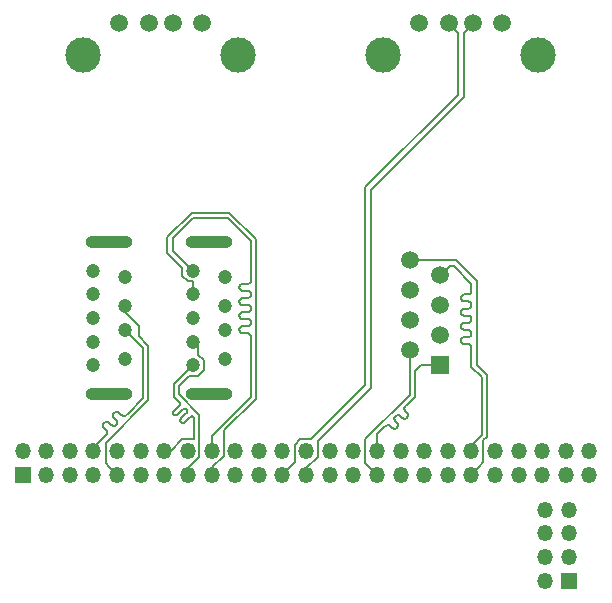
<source format=gbr>
G04 #@! TF.GenerationSoftware,KiCad,Pcbnew,(5.1.2)-1*
G04 #@! TF.CreationDate,2019-10-11T14:20:38-04:00*
G04 #@! TF.ProjectId,faceplate,66616365-706c-4617-9465-2e6b69636164,rev?*
G04 #@! TF.SameCoordinates,Original*
G04 #@! TF.FileFunction,Copper,L3,Inr*
G04 #@! TF.FilePolarity,Positive*
%FSLAX46Y46*%
G04 Gerber Fmt 4.6, Leading zero omitted, Abs format (unit mm)*
G04 Created by KiCad (PCBNEW (5.1.2)-1) date 2019-10-11 14:20:38*
%MOMM*%
%LPD*%
G04 APERTURE LIST*
%ADD10R,1.350000X1.350000*%
%ADD11O,1.350000X1.350000*%
%ADD12C,1.500000*%
%ADD13R,1.500000X1.500000*%
%ADD14C,3.000000*%
%ADD15C,1.200000*%
%ADD16O,4.000000X1.000000*%
%ADD17C,0.200000*%
G04 APERTURE END LIST*
D10*
X180594000Y-128206000D03*
D11*
X178594000Y-128206000D03*
X180594000Y-126206000D03*
X178594000Y-126206000D03*
X180594000Y-124206000D03*
X178594000Y-124206000D03*
X180594000Y-122206000D03*
X178594000Y-122206000D03*
D12*
X167132000Y-101092000D03*
X169672000Y-102362000D03*
X167132000Y-103632000D03*
X169672000Y-104902000D03*
X167132000Y-106172000D03*
X169672000Y-107442000D03*
X167132000Y-108712000D03*
D13*
X169672000Y-109982000D03*
D14*
X139424000Y-83736000D03*
X152564000Y-83736000D03*
D12*
X142494000Y-81026000D03*
X145034000Y-81026000D03*
X147034000Y-81026000D03*
X149494000Y-81026000D03*
D14*
X164824000Y-83736000D03*
X177964000Y-83736000D03*
D12*
X167894000Y-81026000D03*
X170434000Y-81026000D03*
X172434000Y-81026000D03*
X174894000Y-81026000D03*
D15*
X151502000Y-109474000D03*
D16*
X150127000Y-99574000D03*
D15*
X148752000Y-105974000D03*
X148752000Y-103974000D03*
D16*
X150127000Y-112374000D03*
D15*
X148752000Y-101974000D03*
X148752000Y-109974000D03*
X151502000Y-102474000D03*
X151502000Y-104974000D03*
X151502000Y-106974000D03*
X148752000Y-107974000D03*
X143002000Y-109474000D03*
X143002000Y-106974000D03*
X143002000Y-104974000D03*
X143002000Y-102474000D03*
X140252000Y-101974000D03*
X140252000Y-103974000D03*
X140252000Y-105974000D03*
X140252000Y-107974000D03*
X140252000Y-109974000D03*
D16*
X141627000Y-112374000D03*
X141627000Y-99574000D03*
D11*
X182324000Y-117226000D03*
X182324000Y-119226000D03*
X180324000Y-117226000D03*
X180324000Y-119226000D03*
X178324000Y-117226000D03*
X178324000Y-119226000D03*
X176324000Y-117226000D03*
X176324000Y-119226000D03*
X174324000Y-117226000D03*
X174324000Y-119226000D03*
X172324000Y-117226000D03*
X172324000Y-119226000D03*
X170324000Y-117226000D03*
X170324000Y-119226000D03*
X168324000Y-117226000D03*
X168324000Y-119226000D03*
X166324000Y-117226000D03*
X166324000Y-119226000D03*
X164324000Y-117226000D03*
X164324000Y-119226000D03*
X162324000Y-117226000D03*
X162324000Y-119226000D03*
X160324000Y-117226000D03*
X160324000Y-119226000D03*
X158324000Y-117226000D03*
X158324000Y-119226000D03*
X156324000Y-117226000D03*
X156324000Y-119226000D03*
X154324000Y-117226000D03*
X154324000Y-119226000D03*
X152324000Y-117226000D03*
X152324000Y-119226000D03*
X150324000Y-117226000D03*
X150324000Y-119226000D03*
X148324000Y-117226000D03*
X148324000Y-119226000D03*
X146324000Y-117226000D03*
X146324000Y-119226000D03*
X144324000Y-117226000D03*
X144324000Y-119226000D03*
X142324000Y-117226000D03*
X142324000Y-119226000D03*
X140324000Y-117226000D03*
X140324000Y-119226000D03*
X138324000Y-117226000D03*
X138324000Y-119226000D03*
X136324000Y-117226000D03*
X136324000Y-119226000D03*
X134324000Y-117226000D03*
D10*
X134324000Y-119226000D03*
D17*
X171659000Y-81801000D02*
X172434000Y-81026000D01*
X171659000Y-87231200D02*
X171659000Y-81801000D01*
X158324000Y-118669002D02*
X159299001Y-117694001D01*
X158324000Y-119226000D02*
X158324000Y-118669002D01*
X159299001Y-117694001D02*
X159299001Y-116355199D01*
X159299001Y-116355199D02*
X163801000Y-111853200D01*
X163801000Y-111853200D02*
X163801000Y-95089200D01*
X163801000Y-95089200D02*
X171659000Y-87231200D01*
X171209000Y-81801000D02*
X170434000Y-81026000D01*
X171209000Y-87044800D02*
X171209000Y-81801000D01*
X163351000Y-94902800D02*
X171209000Y-87044800D01*
X157348999Y-118201001D02*
X157348999Y-116757999D01*
X156324000Y-119226000D02*
X157348999Y-118201001D01*
X157348999Y-116757999D02*
X157855999Y-116250999D01*
X157855999Y-116250999D02*
X158766801Y-116250999D01*
X158766801Y-116250999D02*
X163351000Y-111666800D01*
X163351000Y-111666800D02*
X163351000Y-94902800D01*
X153653989Y-102755989D02*
X153653989Y-99451689D01*
X153353989Y-103055989D02*
X153420746Y-103048467D01*
X152910259Y-103063510D02*
X152977015Y-103055989D01*
X153646468Y-104022745D02*
X153653989Y-103955989D01*
X152706725Y-103486154D02*
X152684537Y-103422745D01*
X153624280Y-104086154D02*
X153646468Y-104022745D01*
X152742466Y-103543035D02*
X152706725Y-103486154D01*
X153588539Y-104143035D02*
X153624280Y-104086154D01*
X153541036Y-104190538D02*
X153588539Y-104143035D01*
X153484155Y-104226279D02*
X153541036Y-104190538D01*
X152684537Y-103289232D02*
X152706725Y-103225823D01*
X153420746Y-104248467D02*
X153484155Y-104226279D01*
X152977015Y-103655989D02*
X152910259Y-103648467D01*
X153353989Y-104255989D02*
X153420746Y-104248467D01*
X153646468Y-102822745D02*
X153653989Y-102755989D01*
X152977015Y-104255989D02*
X153353989Y-104255989D01*
X152910259Y-103648467D02*
X152846850Y-103626279D01*
X152910259Y-104263510D02*
X152977015Y-104255989D01*
X152846850Y-104285698D02*
X152910259Y-104263510D01*
X152789969Y-104321439D02*
X152846850Y-104285698D01*
X152742466Y-104368942D02*
X152789969Y-104321439D01*
X152677015Y-103355989D02*
X152684537Y-103289232D01*
X152706725Y-104425823D02*
X152742466Y-104368942D01*
X152684537Y-104489232D02*
X152706725Y-104425823D01*
X153484155Y-103685698D02*
X153420746Y-103663510D01*
X152677015Y-104555989D02*
X152684537Y-104489232D01*
X153653989Y-103955989D02*
X153646468Y-103889232D01*
X153646468Y-106289232D02*
X153624280Y-106225823D01*
X153624280Y-106486154D02*
X153646468Y-106422745D01*
X153646468Y-107489232D02*
X153624280Y-107425823D01*
X152706725Y-103225823D02*
X152742466Y-103168942D01*
X153420746Y-106648467D02*
X153484155Y-106626279D01*
X152977015Y-106655989D02*
X153353989Y-106655989D01*
X152742466Y-105943035D02*
X152706725Y-105886154D01*
X153624280Y-103825823D02*
X153588539Y-103768942D01*
X152706725Y-106825823D02*
X152742466Y-106768942D01*
X153541036Y-102990538D02*
X153588539Y-102943035D01*
X152684537Y-106889232D02*
X152706725Y-106825823D01*
X152846850Y-104826279D02*
X152789969Y-104790538D01*
X153420746Y-103048467D02*
X153484155Y-103026279D01*
X152677015Y-106955989D02*
X152684537Y-106889232D01*
X152684537Y-103422745D02*
X152677015Y-103355989D01*
X152684537Y-107022745D02*
X152677015Y-106955989D01*
X152789969Y-106721439D02*
X152846850Y-106685698D01*
X153653989Y-99451689D02*
X151709300Y-97507000D01*
X152684537Y-104622745D02*
X152677015Y-104555989D01*
X152706725Y-107086154D02*
X152684537Y-107022745D01*
X153484155Y-104885698D02*
X153420746Y-104863510D01*
X152846850Y-106685698D02*
X152910259Y-106663510D01*
X153353989Y-104855989D02*
X152977015Y-104855989D01*
X153624280Y-107425823D02*
X153588539Y-107368942D01*
X153484155Y-106626279D02*
X153541036Y-106590538D01*
X153353989Y-107255989D02*
X152977015Y-107255989D01*
X152742466Y-106768942D02*
X152789969Y-106721439D01*
X153588539Y-105343035D02*
X153624280Y-105286154D01*
X153653989Y-107555989D02*
X153646468Y-107489232D01*
X153420746Y-103663510D02*
X153353989Y-103655989D01*
X153653989Y-106355989D02*
X153646468Y-106289232D01*
X153653989Y-112620311D02*
X153653989Y-107555989D01*
X150324000Y-115950300D02*
X153653989Y-112620311D01*
X148758700Y-97507000D02*
X147037000Y-99228700D01*
X153420746Y-106063510D02*
X153353989Y-106055989D01*
X152910259Y-106663510D02*
X152977015Y-106655989D01*
X152977015Y-104855989D02*
X152910259Y-104848467D01*
X153588539Y-107368942D02*
X153541036Y-107321439D01*
X147037000Y-100259000D02*
X148752000Y-101974000D01*
X152977015Y-106055989D02*
X152910259Y-106048467D01*
X150324000Y-117226000D02*
X150324000Y-115950300D01*
X152846850Y-103085698D02*
X152910259Y-103063510D01*
X153484155Y-106085698D02*
X153420746Y-106063510D01*
X153541036Y-107321439D02*
X153484155Y-107285698D01*
X153588539Y-103768942D02*
X153541036Y-103721439D01*
X153588539Y-106543035D02*
X153624280Y-106486154D01*
X152910259Y-107248467D02*
X152846850Y-107226279D01*
X153420746Y-105448467D02*
X153484155Y-105426279D01*
X153484155Y-107285698D02*
X153420746Y-107263510D01*
X152742466Y-103168942D02*
X152789969Y-103121439D01*
X152846850Y-106026279D02*
X152789969Y-105990538D01*
X153420746Y-107263510D02*
X153353989Y-107255989D01*
X151709300Y-97507000D02*
X148758700Y-97507000D01*
X153646468Y-106422745D02*
X153653989Y-106355989D01*
X153353989Y-106655989D02*
X153420746Y-106648467D01*
X152910259Y-104848467D02*
X152846850Y-104826279D01*
X152977015Y-107255989D02*
X152910259Y-107248467D01*
X152706725Y-105886154D02*
X152684537Y-105822745D01*
X152846850Y-107226279D02*
X152789969Y-107190538D01*
X153541036Y-106590538D02*
X153588539Y-106543035D01*
X153624280Y-106225823D02*
X153588539Y-106168942D01*
X152789969Y-107190538D02*
X152742466Y-107143035D01*
X153353989Y-105455989D02*
X153420746Y-105448467D01*
X152742466Y-107143035D02*
X152706725Y-107086154D01*
X153646468Y-105222745D02*
X153653989Y-105155989D01*
X153588539Y-106168942D02*
X153541036Y-106121439D01*
X153588539Y-102943035D02*
X153624280Y-102886154D01*
X153541036Y-106121439D02*
X153484155Y-106085698D01*
X153353989Y-106055989D02*
X152977015Y-106055989D01*
X152977015Y-103055989D02*
X153353989Y-103055989D01*
X152910259Y-106048467D02*
X152846850Y-106026279D01*
X152789969Y-105990538D02*
X152742466Y-105943035D01*
X152789969Y-103121439D02*
X152846850Y-103085698D01*
X152684537Y-105822745D02*
X152677015Y-105755989D01*
X153353989Y-103655989D02*
X152977015Y-103655989D01*
X152677015Y-105755989D02*
X152684537Y-105689232D01*
X152789969Y-103590538D02*
X152742466Y-103543035D01*
X152684537Y-105689232D02*
X152706725Y-105625823D01*
X152706725Y-105625823D02*
X152742466Y-105568942D01*
X153484155Y-103026279D02*
X153541036Y-102990538D01*
X152742466Y-105568942D02*
X152789969Y-105521439D01*
X152789969Y-105521439D02*
X152846850Y-105485698D01*
X153541036Y-103721439D02*
X153484155Y-103685698D01*
X152846850Y-105485698D02*
X152910259Y-105463510D01*
X152910259Y-105463510D02*
X152977015Y-105455989D01*
X152977015Y-105455989D02*
X153353989Y-105455989D01*
X147037000Y-99228700D02*
X147037000Y-100259000D01*
X153484155Y-105426279D02*
X153541036Y-105390538D01*
X153541036Y-105390538D02*
X153588539Y-105343035D01*
X153624280Y-105286154D02*
X153646468Y-105222745D01*
X153653989Y-105155989D02*
X153646468Y-105089232D01*
X152846850Y-103626279D02*
X152789969Y-103590538D01*
X153646468Y-105089232D02*
X153624280Y-105025823D01*
X153624280Y-105025823D02*
X153588539Y-104968942D01*
X153588539Y-104968942D02*
X153541036Y-104921439D01*
X153541036Y-104921439D02*
X153484155Y-104885698D01*
X153646468Y-103889232D02*
X153624280Y-103825823D01*
X153420746Y-104863510D02*
X153353989Y-104855989D01*
X153624280Y-102886154D02*
X153646468Y-102822745D01*
X152789969Y-104790538D02*
X152742466Y-104743035D01*
X152742466Y-104743035D02*
X152706725Y-104686154D01*
X152706725Y-104686154D02*
X152684537Y-104622745D01*
X151348999Y-117637001D02*
X150368000Y-118618000D01*
X154054000Y-112786000D02*
X151348999Y-115491001D01*
X154054000Y-99286000D02*
X154054000Y-112786000D01*
X151825000Y-97057000D02*
X154054000Y-99286000D01*
X146587000Y-99113000D02*
X148643000Y-97057000D01*
X148752000Y-102874001D02*
X148319999Y-102874001D01*
X151348999Y-115491001D02*
X151348999Y-117637001D01*
X148752000Y-103974000D02*
X148752000Y-102874001D01*
X150368000Y-118618000D02*
X150368000Y-119182000D01*
X148319999Y-102874001D02*
X147851999Y-102406001D01*
X150368000Y-119182000D02*
X150324000Y-119226000D01*
X147851999Y-102406001D02*
X147851999Y-101703999D01*
X147851999Y-101703999D02*
X146587000Y-100439000D01*
X148643000Y-97057000D02*
X151825000Y-97057000D01*
X146587000Y-100439000D02*
X146587000Y-99113000D01*
X148324000Y-118669002D02*
X148324000Y-119226000D01*
X149299001Y-117694001D02*
X148324000Y-118669002D01*
X149299001Y-114177385D02*
X149299001Y-117694001D01*
X147564000Y-112442384D02*
X149299001Y-114177385D01*
X147564000Y-111726000D02*
X147564000Y-112442384D01*
X148415999Y-110874001D02*
X147564000Y-111726000D01*
X149184001Y-110874001D02*
X148415999Y-110874001D01*
X149652001Y-110406001D02*
X149184001Y-110874001D01*
X149652001Y-109541999D02*
X149652001Y-110406001D01*
X149202000Y-109091998D02*
X149652001Y-109541999D01*
X148752000Y-107974000D02*
X149202000Y-108424000D01*
X149202000Y-108424000D02*
X149202000Y-109091998D01*
X148750300Y-109974000D02*
X148752000Y-109974000D01*
X147163989Y-111560311D02*
X148750300Y-109974000D01*
X147163989Y-112678756D02*
X147163989Y-111560311D01*
X147561206Y-113075973D02*
X147163989Y-112678756D01*
X147592620Y-113115364D02*
X147561206Y-113075973D01*
X147614481Y-113160759D02*
X147592620Y-113115364D01*
X147625692Y-113260263D02*
X147625692Y-113209879D01*
X147614480Y-113309383D02*
X147625692Y-113260263D01*
X147592619Y-113354778D02*
X147614480Y-113309383D01*
X147561205Y-113394170D02*
X147592619Y-113354778D01*
X147087989Y-113875367D02*
X147119403Y-113835975D01*
X147066128Y-113920762D02*
X147087989Y-113875367D01*
X147054916Y-114020266D02*
X147054916Y-113969882D01*
X147087988Y-114114781D02*
X147066127Y-114069386D01*
X147253309Y-114218660D02*
X147204189Y-114207449D01*
X147437600Y-114154173D02*
X147398208Y-114185587D01*
X147964192Y-113659096D02*
X147918797Y-113680957D01*
X148013312Y-113647884D02*
X147964192Y-113659096D01*
X148112816Y-113659095D02*
X148063696Y-113647884D01*
X147940090Y-114855057D02*
X147889706Y-114855057D01*
X147989210Y-114843845D02*
X147940090Y-114855057D01*
X147724385Y-114751178D02*
X147702524Y-114705783D01*
X148063696Y-113647884D02*
X148013312Y-113647884D01*
X148515802Y-114348768D02*
X148073997Y-114790570D01*
X147918797Y-113680957D02*
X147879405Y-113712371D01*
X148555194Y-114317354D02*
X148515802Y-114348768D01*
X147398208Y-114185587D02*
X147352813Y-114207448D01*
X148649709Y-114284281D02*
X148600589Y-114295493D01*
X148250877Y-113945780D02*
X148262089Y-113896660D01*
X148600589Y-114295493D02*
X148555194Y-114317354D01*
X147352813Y-114207448D02*
X147303693Y-114218660D01*
X148700093Y-114284281D02*
X148649709Y-114284281D01*
X147691313Y-114606279D02*
X147702525Y-114557159D01*
X147066127Y-114069386D02*
X147054916Y-114020266D01*
X146880998Y-117226000D02*
X147855999Y-116250999D01*
X146324000Y-117226000D02*
X146880998Y-117226000D01*
X148834000Y-116250999D02*
X148834000Y-114348767D01*
X147158794Y-114185588D02*
X147119402Y-114154173D01*
X148749213Y-114295492D02*
X148700093Y-114284281D01*
X147303693Y-114218660D02*
X147253309Y-114218660D01*
X147855999Y-116250999D02*
X148834000Y-116250999D01*
X148197603Y-113712370D02*
X148158211Y-113680956D01*
X147119403Y-113835975D02*
X147561205Y-113394170D01*
X148794608Y-114317353D02*
X148749213Y-114295492D01*
X148034605Y-114821984D02*
X147989210Y-114843845D01*
X148262089Y-113846276D02*
X148250878Y-113797156D01*
X147879405Y-113712371D02*
X147437600Y-114154173D01*
X147889706Y-114855057D02*
X147840586Y-114843846D01*
X147625692Y-113209879D02*
X147614481Y-113160759D01*
X147840586Y-114843846D02*
X147795191Y-114821985D01*
X147054916Y-113969882D02*
X147066128Y-113920762D01*
X147795191Y-114821985D02*
X147755799Y-114790570D01*
X147724386Y-114511764D02*
X147755800Y-114472372D01*
X147755799Y-114790570D02*
X147724385Y-114751178D01*
X147204189Y-114207449D02*
X147158794Y-114185588D01*
X147702524Y-114705783D02*
X147691313Y-114656663D01*
X148197602Y-114030567D02*
X148229016Y-113991175D01*
X147119402Y-114154173D02*
X147087988Y-114114781D01*
X147691313Y-114656663D02*
X147691313Y-114606279D01*
X148229016Y-113991175D02*
X148250877Y-113945780D01*
X147702525Y-114557159D02*
X147724386Y-114511764D01*
X148073997Y-114790570D02*
X148034605Y-114821984D01*
X147755800Y-114472372D02*
X148197602Y-114030567D01*
X148262089Y-113896660D02*
X148262089Y-113846276D01*
X148250878Y-113797156D02*
X148229017Y-113751761D01*
X148229017Y-113751761D02*
X148197603Y-113712370D01*
X148834000Y-114348767D02*
X148794608Y-114317353D01*
X148158211Y-113680956D02*
X148112816Y-113659095D01*
X141348999Y-118250999D02*
X141649001Y-118551001D01*
X141348999Y-116526699D02*
X141348999Y-118250999D01*
X141649001Y-118551001D02*
X142324000Y-119226000D01*
X143002000Y-105464000D02*
X144154000Y-106616000D01*
X143002000Y-104974000D02*
X143002000Y-105464000D01*
X144154000Y-106616000D02*
X144154000Y-107526000D01*
X144154000Y-107526000D02*
X144926011Y-108298011D01*
X144926011Y-108298011D02*
X144926011Y-112949687D01*
X144926011Y-112949687D02*
X141348999Y-116526699D01*
X144526000Y-108498000D02*
X143002000Y-106974000D01*
X144526000Y-112768300D02*
X144526000Y-108498000D01*
X143224269Y-114070031D02*
X144526000Y-112768300D01*
X143118205Y-114176096D02*
X143224269Y-114070031D01*
X143065685Y-114217981D02*
X143118205Y-114176096D01*
X143005159Y-114247129D02*
X143065685Y-114217981D01*
X142939664Y-114262078D02*
X143005159Y-114247129D01*
X142872486Y-114262078D02*
X142939664Y-114262078D01*
X142806991Y-114247129D02*
X142872486Y-114262078D01*
X142746465Y-114217981D02*
X142806991Y-114247129D01*
X142693942Y-114176097D02*
X142746465Y-114217981D01*
X142514649Y-113996804D02*
X142693942Y-114176097D01*
X142462126Y-113954919D02*
X142514649Y-113996804D01*
X142401601Y-113925771D02*
X142462126Y-113954919D01*
X142336106Y-113910823D02*
X142401601Y-113925771D01*
X142268928Y-113910822D02*
X142336106Y-113910823D01*
X142203433Y-113925772D02*
X142268928Y-113910822D01*
X142142908Y-113954918D02*
X142203433Y-113925772D01*
X142090385Y-113996803D02*
X142142908Y-113954918D01*
X142048499Y-114049326D02*
X142090385Y-113996803D01*
X142019351Y-114109852D02*
X142048499Y-114049326D01*
X142004402Y-114175347D02*
X142019351Y-114109852D01*
X142004402Y-114242525D02*
X142004402Y-114175347D01*
X142019351Y-114308020D02*
X142004402Y-114242525D01*
X142048499Y-114368546D02*
X142019351Y-114308020D01*
X142090385Y-114421067D02*
X142048499Y-114368546D01*
X142269677Y-114600359D02*
X142090385Y-114421067D01*
X142311562Y-114652883D02*
X142269677Y-114600359D01*
X142340710Y-114713408D02*
X142311562Y-114652883D01*
X142355658Y-114778903D02*
X142340710Y-114713408D01*
X142355659Y-114846081D02*
X142355658Y-114778903D01*
X141170824Y-114958379D02*
X141199972Y-114897853D01*
X141553074Y-114774298D02*
X141613599Y-114803446D01*
X141155875Y-115023874D02*
X141170824Y-114958379D01*
X141155875Y-115091052D02*
X141155875Y-115023874D01*
X141170824Y-115156547D02*
X141155875Y-115091052D01*
X141241858Y-115269594D02*
X141199972Y-115217073D01*
X142091137Y-115110605D02*
X142156632Y-115095656D01*
X141421150Y-115448886D02*
X141241858Y-115269594D01*
X141492183Y-115561935D02*
X141463035Y-115501410D01*
X141487579Y-114759350D02*
X141553074Y-114774298D01*
X141199972Y-115217073D02*
X141170824Y-115156547D01*
X141507131Y-115627430D02*
X141492183Y-115561935D01*
X141199972Y-114897853D02*
X141241858Y-114845330D01*
X140324000Y-116970300D02*
X141421150Y-115873150D01*
X141463035Y-115501410D02*
X141421150Y-115448886D01*
X141354906Y-114774299D02*
X141420401Y-114759349D01*
X140324000Y-117226000D02*
X140324000Y-116970300D01*
X141492182Y-115760103D02*
X141507132Y-115694608D01*
X141421150Y-115873150D02*
X141463036Y-115820628D01*
X141463036Y-115820628D02*
X141492182Y-115760103D01*
X141958464Y-115095656D02*
X142023959Y-115110605D01*
X141507132Y-115694608D02*
X141507131Y-115627430D01*
X141241858Y-114845330D02*
X141294381Y-114803445D01*
X141294381Y-114803445D02*
X141354906Y-114774299D01*
X141420401Y-114759349D02*
X141487579Y-114759350D01*
X141613599Y-114803446D02*
X141666122Y-114845331D01*
X141666122Y-114845331D02*
X141845415Y-115024624D01*
X141845415Y-115024624D02*
X141897938Y-115066508D01*
X141897938Y-115066508D02*
X141958464Y-115095656D01*
X142023959Y-115110605D02*
X142091137Y-115110605D01*
X142156632Y-115095656D02*
X142217158Y-115066508D01*
X142217158Y-115066508D02*
X142269678Y-115024623D01*
X142269678Y-115024623D02*
X142269677Y-115024623D01*
X142269677Y-115024623D02*
X142311563Y-114972101D01*
X142311563Y-114972101D02*
X142340709Y-114911576D01*
X142340709Y-114911576D02*
X142355659Y-114846081D01*
X169672000Y-102995603D02*
X169672000Y-102362000D01*
X170492000Y-101542000D02*
X169672000Y-102362000D01*
X172324000Y-103666000D02*
X172324000Y-103046200D01*
X172316479Y-103732756D02*
X172324000Y-103666000D01*
X172294291Y-103796165D02*
X172316479Y-103732756D01*
X172211047Y-103900549D02*
X172258550Y-103853046D01*
X172154166Y-103936290D02*
X172211047Y-103900549D01*
X172024000Y-103966000D02*
X172090757Y-103958478D01*
X171728128Y-103966000D02*
X172024000Y-103966000D01*
X171661372Y-103973521D02*
X171728128Y-103966000D01*
X171597963Y-103995709D02*
X171661372Y-103973521D01*
X171541082Y-104031450D02*
X171597963Y-103995709D01*
X171493579Y-104078953D02*
X171541082Y-104031450D01*
X171457838Y-104135834D02*
X171493579Y-104078953D01*
X171435650Y-104199243D02*
X171457838Y-104135834D01*
X171428128Y-104266000D02*
X171435650Y-104199243D01*
X171435650Y-104332756D02*
X171428128Y-104266000D01*
X171457838Y-104396165D02*
X171435650Y-104332756D01*
X171493579Y-104453046D02*
X171457838Y-104396165D01*
X171541082Y-104500549D02*
X171493579Y-104453046D01*
X171597963Y-104536290D02*
X171541082Y-104500549D01*
X171661372Y-104558478D02*
X171597963Y-104536290D01*
X171728128Y-104566000D02*
X171661372Y-104558478D01*
X172024000Y-104566000D02*
X171728128Y-104566000D01*
X172090757Y-104573521D02*
X172024000Y-104566000D01*
X172154166Y-104595709D02*
X172090757Y-104573521D01*
X172258550Y-104678953D02*
X172211047Y-104631450D01*
X172294291Y-104735834D02*
X172258550Y-104678953D01*
X172316479Y-104799243D02*
X172294291Y-104735834D01*
X172294291Y-104996165D02*
X172316479Y-104932756D01*
X172258550Y-105053046D02*
X172294291Y-104996165D01*
X172211047Y-105100549D02*
X172258550Y-105053046D01*
X172154166Y-105136290D02*
X172211047Y-105100549D01*
X172090757Y-105158478D02*
X172154166Y-105136290D01*
X172024000Y-105166000D02*
X172090757Y-105158478D01*
X171728128Y-105166000D02*
X172024000Y-105166000D01*
X171661372Y-105173521D02*
X171728128Y-105166000D01*
X171597963Y-105195709D02*
X171661372Y-105173521D01*
X171541082Y-105231450D02*
X171597963Y-105195709D01*
X171493579Y-105278953D02*
X171541082Y-105231450D01*
X171457838Y-105335834D02*
X171493579Y-105278953D01*
X171435650Y-105399243D02*
X171457838Y-105335834D01*
X171428128Y-105466000D02*
X171435650Y-105399243D01*
X171435650Y-105532756D02*
X171428128Y-105466000D01*
X171457838Y-105596165D02*
X171435650Y-105532756D01*
X172324000Y-107266000D02*
X172316479Y-107199243D01*
X172294291Y-107396165D02*
X172316479Y-107332756D01*
X172154166Y-107536290D02*
X172211047Y-107500549D01*
X172090757Y-107558478D02*
X172154166Y-107536290D01*
X172024000Y-107566000D02*
X172090757Y-107558478D01*
X171493579Y-106478953D02*
X171541082Y-106431450D01*
X171661372Y-107573521D02*
X171728128Y-107566000D01*
X171597963Y-107595709D02*
X171661372Y-107573521D01*
X171541082Y-107631450D02*
X171597963Y-107595709D01*
X171493579Y-107678953D02*
X171541082Y-107631450D01*
X171435650Y-107799243D02*
X171457838Y-107735834D01*
X172154166Y-106995709D02*
X172090757Y-106973521D01*
X171457838Y-107735834D02*
X171493579Y-107678953D01*
X171428128Y-107866000D02*
X171435650Y-107799243D01*
X171728128Y-105766000D02*
X171661372Y-105758478D01*
X171493579Y-108053046D02*
X171457838Y-107996165D01*
X171597963Y-106936290D02*
X171541082Y-106900549D01*
X171541082Y-108100549D02*
X171493579Y-108053046D01*
X171728128Y-107566000D02*
X172024000Y-107566000D01*
X172324000Y-108466000D02*
X172316479Y-108399243D01*
X172258550Y-107453046D02*
X172294291Y-107396165D01*
X172211047Y-104631450D02*
X172154166Y-104595709D01*
X172324000Y-110094000D02*
X172324000Y-108466000D01*
X172294291Y-105935834D02*
X172258550Y-105878953D01*
X170819800Y-101542000D02*
X170492000Y-101542000D01*
X171435650Y-107932756D02*
X171428128Y-107866000D01*
X172024000Y-106366000D02*
X172090757Y-106358478D01*
X173228000Y-110998000D02*
X172324000Y-110094000D01*
X172316479Y-104932756D02*
X172324000Y-104866000D01*
X172294291Y-108335834D02*
X172258550Y-108278953D01*
X172258550Y-105878953D02*
X172211047Y-105831450D01*
X172211047Y-107500549D02*
X172258550Y-107453046D01*
X173228000Y-115872000D02*
X173228000Y-110998000D01*
X171493579Y-105653046D02*
X171457838Y-105596165D01*
X172024000Y-108166000D02*
X171728128Y-108166000D01*
X172258550Y-103853046D02*
X172294291Y-103796165D01*
X172316479Y-108399243D02*
X172294291Y-108335834D01*
X171661372Y-106958478D02*
X171597963Y-106936290D01*
X172324000Y-117226000D02*
X172324000Y-116776000D01*
X171428128Y-106666000D02*
X171435650Y-106599243D01*
X172316479Y-107332756D02*
X172324000Y-107266000D01*
X172324000Y-116776000D02*
X173228000Y-115872000D01*
X172154166Y-105795709D02*
X172090757Y-105773521D01*
X172324000Y-103046200D02*
X170819800Y-101542000D01*
X172258550Y-108278953D02*
X172211047Y-108231450D01*
X172090757Y-105773521D02*
X172024000Y-105766000D01*
X172090757Y-103958478D02*
X172154166Y-103936290D01*
X172211047Y-108231450D02*
X172154166Y-108195709D01*
X171661372Y-105758478D02*
X171597963Y-105736290D01*
X171457838Y-107996165D02*
X171435650Y-107932756D01*
X172324000Y-104866000D02*
X172316479Y-104799243D01*
X172154166Y-108195709D02*
X172090757Y-108173521D01*
X171435650Y-106599243D02*
X171457838Y-106535834D01*
X172090757Y-108173521D02*
X172024000Y-108166000D01*
X171457838Y-106796165D02*
X171435650Y-106732756D01*
X171661372Y-108158478D02*
X171597963Y-108136290D01*
X171728128Y-108166000D02*
X171661372Y-108158478D01*
X171597963Y-108136290D02*
X171541082Y-108100549D01*
X172316479Y-107199243D02*
X172294291Y-107135834D01*
X172294291Y-107135834D02*
X172258550Y-107078953D01*
X172258550Y-107078953D02*
X172211047Y-107031450D01*
X172211047Y-107031450D02*
X172154166Y-106995709D01*
X172090757Y-106973521D02*
X172024000Y-106966000D01*
X172024000Y-106966000D02*
X171728128Y-106966000D01*
X171728128Y-106966000D02*
X171661372Y-106958478D01*
X171541082Y-106900549D02*
X171493579Y-106853046D01*
X171493579Y-106853046D02*
X171457838Y-106796165D01*
X171435650Y-106732756D02*
X171428128Y-106666000D01*
X171457838Y-106535834D02*
X171493579Y-106478953D01*
X171541082Y-106431450D02*
X171597963Y-106395709D01*
X171597963Y-106395709D02*
X171661372Y-106373521D01*
X171661372Y-106373521D02*
X171728128Y-106366000D01*
X171728128Y-106366000D02*
X172024000Y-106366000D01*
X172090757Y-106358478D02*
X172154166Y-106336290D01*
X172154166Y-106336290D02*
X172211047Y-106300549D01*
X172211047Y-106300549D02*
X172258550Y-106253046D01*
X172258550Y-106253046D02*
X172294291Y-106196165D01*
X172294291Y-106196165D02*
X172316479Y-106132756D01*
X172316479Y-106132756D02*
X172324000Y-106066000D01*
X172324000Y-106066000D02*
X172316479Y-105999243D01*
X172316479Y-105999243D02*
X172294291Y-105935834D01*
X172211047Y-105831450D02*
X172154166Y-105795709D01*
X172024000Y-105766000D02*
X171728128Y-105766000D01*
X171597963Y-105736290D02*
X171541082Y-105700549D01*
X171541082Y-105700549D02*
X171493579Y-105653046D01*
X171006200Y-101092000D02*
X172774000Y-102859800D01*
X172774000Y-102859800D02*
X172774000Y-109978300D01*
X173348999Y-116316701D02*
X173348999Y-118201001D01*
X172774000Y-109978300D02*
X173628011Y-110832311D01*
X173628011Y-110832311D02*
X173628011Y-116037689D01*
X173348999Y-118201001D02*
X172998999Y-118551001D01*
X173628011Y-116037689D02*
X173348999Y-116316701D01*
X167132000Y-101092000D02*
X171006200Y-101092000D01*
X172998999Y-118551001D02*
X172324000Y-119226000D01*
X164899008Y-117226000D02*
X164324000Y-117226000D01*
X169672000Y-109982000D02*
X169262000Y-110392000D01*
X166742056Y-113419943D02*
X166848121Y-113313879D01*
X166671022Y-113532991D02*
X166700170Y-113472465D01*
X166700170Y-113791684D02*
X166671022Y-113731158D01*
X166742055Y-113844206D02*
X166700170Y-113791684D01*
X166869012Y-113971163D02*
X166742055Y-113844206D01*
X168058000Y-109982000D02*
X169672000Y-109982000D01*
X166910897Y-114023686D02*
X166869012Y-113971163D01*
X166940044Y-114084212D02*
X166910897Y-114023686D01*
X166954993Y-114149706D02*
X166940044Y-114084212D01*
X166954993Y-114216885D02*
X166954993Y-114149706D01*
X167544000Y-110496000D02*
X168058000Y-109982000D01*
X166940044Y-114282379D02*
X166954993Y-114216885D01*
X167544000Y-112618000D02*
X167544000Y-110496000D01*
X166910897Y-114342905D02*
X166940044Y-114282379D01*
X166869012Y-114395428D02*
X166910897Y-114342905D01*
X166816489Y-114437313D02*
X166869012Y-114395428D01*
X166755963Y-114466461D02*
X166816489Y-114437313D01*
X166690469Y-114481409D02*
X166755963Y-114466461D01*
X166623290Y-114481409D02*
X166690469Y-114481409D01*
X166557796Y-114466461D02*
X166623290Y-114481409D01*
X166848121Y-113313879D02*
X167544000Y-112618000D01*
X166497270Y-114437313D02*
X166557796Y-114466461D01*
X166444748Y-114395428D02*
X166497270Y-114437313D01*
X166317792Y-114268472D02*
X166444748Y-114395428D01*
X166265269Y-114226586D02*
X166317792Y-114268472D01*
X166656074Y-113598485D02*
X166671022Y-113532991D01*
X166204743Y-114197439D02*
X166265269Y-114226586D01*
X166139249Y-114182490D02*
X166204743Y-114197439D01*
X166072070Y-114182490D02*
X166139249Y-114182490D01*
X166006576Y-114197439D02*
X166072070Y-114182490D01*
X165841941Y-115329937D02*
X165907435Y-115314989D01*
X165774762Y-115329937D02*
X165841941Y-115329937D01*
X165709268Y-115314989D02*
X165774762Y-115329937D01*
X165469264Y-115117000D02*
X165596220Y-115243956D01*
X165596220Y-115243956D02*
X165648742Y-115285841D01*
X166020484Y-114819691D02*
X165893527Y-114692734D01*
X165416741Y-115075114D02*
X165469264Y-115117000D01*
X166671022Y-113731158D02*
X166656074Y-113665664D01*
X166020484Y-115243956D02*
X166062369Y-115191433D01*
X165223542Y-115031018D02*
X165290721Y-115031018D01*
X165158048Y-115045967D02*
X165223542Y-115031018D01*
X165290721Y-115031018D02*
X165356215Y-115045967D01*
X166106465Y-115065413D02*
X166106465Y-114998234D01*
X164334000Y-117216000D02*
X164334000Y-115828000D01*
X165648742Y-115285841D02*
X165709268Y-115314989D01*
X164324000Y-117226000D02*
X164334000Y-117216000D01*
X166700170Y-113472465D02*
X166742056Y-113419943D01*
X165356215Y-115045967D02*
X165416741Y-115075114D01*
X165045000Y-115117000D02*
X165097522Y-115075114D01*
X165851642Y-114640212D02*
X165822494Y-114579686D01*
X165097522Y-115075114D02*
X165158048Y-115045967D01*
X164334000Y-115828000D02*
X165045000Y-115117000D01*
X165907435Y-115314989D02*
X165967961Y-115285841D01*
X165967961Y-115285841D02*
X166020484Y-115243956D01*
X165893528Y-114268471D02*
X165893528Y-114268472D01*
X166062369Y-115191433D02*
X166091516Y-115130907D01*
X166091516Y-115130907D02*
X166106465Y-115065413D01*
X166106465Y-114998234D02*
X166091516Y-114932740D01*
X165807546Y-114447013D02*
X165822494Y-114381519D01*
X166656074Y-113665664D02*
X166656074Y-113598485D01*
X166091516Y-114932740D02*
X166062369Y-114872214D01*
X166062369Y-114872214D02*
X166020484Y-114819691D01*
X165893527Y-114692734D02*
X165851642Y-114640212D01*
X165822494Y-114579686D02*
X165807546Y-114514192D01*
X165822494Y-114381519D02*
X165851642Y-114320993D01*
X165807546Y-114514192D02*
X165807546Y-114447013D01*
X165893528Y-114268472D02*
X165946050Y-114226586D01*
X165851642Y-114320993D02*
X165893528Y-114268471D01*
X165946050Y-114226586D02*
X166006576Y-114197439D01*
X163348999Y-118250999D02*
X163649001Y-118551001D01*
X163649001Y-118551001D02*
X164324000Y-119226000D01*
X167132000Y-112464300D02*
X163348999Y-116247301D01*
X167132000Y-108712000D02*
X167132000Y-112464300D01*
X163348999Y-116247301D02*
X163348999Y-118250999D01*
M02*

</source>
